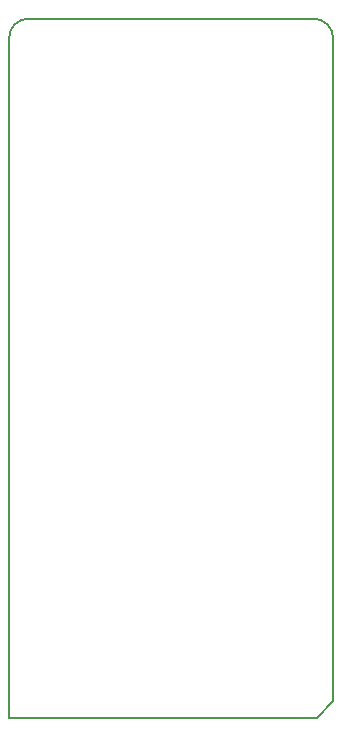
<source format=gbr>
G04 #@! TF.GenerationSoftware,KiCad,Pcbnew,(5.1.9)-1*
G04 #@! TF.CreationDate,2021-05-18T14:16:41+01:00*
G04 #@! TF.ProjectId,RGBtoHDMI Amiga Denise PLCC SMT Breakout FFC,52474274-6f48-4444-9d49-20416d696761,1*
G04 #@! TF.SameCoordinates,Original*
G04 #@! TF.FileFunction,Profile,NP*
%FSLAX46Y46*%
G04 Gerber Fmt 4.6, Leading zero omitted, Abs format (unit mm)*
G04 Created by KiCad (PCBNEW (5.1.9)-1) date 2021-05-18 14:16:41*
%MOMM*%
%LPD*%
G01*
G04 APERTURE LIST*
G04 #@! TA.AperFunction,Profile*
%ADD10C,0.150000*%
G04 #@! TD*
G04 APERTURE END LIST*
D10*
X151638000Y-25781000D02*
G75*
G02*
X153289000Y-24130000I1651000J0D01*
G01*
X177673000Y-83312000D02*
X179070000Y-81915000D01*
X177419000Y-24130000D02*
G75*
G02*
X179070000Y-25781000I0J-1651000D01*
G01*
X177419000Y-24130000D02*
X153289000Y-24130000D01*
X179070000Y-81915000D02*
X179070000Y-25781000D01*
X151638000Y-83312000D02*
X177673000Y-83312000D01*
X151638000Y-25781000D02*
X151638000Y-83312000D01*
M02*

</source>
